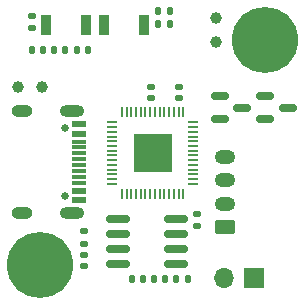
<source format=gbr>
%TF.GenerationSoftware,KiCad,Pcbnew,7.0.7*%
%TF.CreationDate,2024-03-07T17:34:25-08:00*%
%TF.ProjectId,magn_angle_sensor_v2,6d61676e-5f61-46e6-976c-655f73656e73,rev?*%
%TF.SameCoordinates,Original*%
%TF.FileFunction,Soldermask,Top*%
%TF.FilePolarity,Negative*%
%FSLAX46Y46*%
G04 Gerber Fmt 4.6, Leading zero omitted, Abs format (unit mm)*
G04 Created by KiCad (PCBNEW 7.0.7) date 2024-03-07 17:34:25*
%MOMM*%
%LPD*%
G01*
G04 APERTURE LIST*
G04 Aperture macros list*
%AMRoundRect*
0 Rectangle with rounded corners*
0 $1 Rounding radius*
0 $2 $3 $4 $5 $6 $7 $8 $9 X,Y pos of 4 corners*
0 Add a 4 corners polygon primitive as box body*
4,1,4,$2,$3,$4,$5,$6,$7,$8,$9,$2,$3,0*
0 Add four circle primitives for the rounded corners*
1,1,$1+$1,$2,$3*
1,1,$1+$1,$4,$5*
1,1,$1+$1,$6,$7*
1,1,$1+$1,$8,$9*
0 Add four rect primitives between the rounded corners*
20,1,$1+$1,$2,$3,$4,$5,0*
20,1,$1+$1,$4,$5,$6,$7,0*
20,1,$1+$1,$6,$7,$8,$9,0*
20,1,$1+$1,$8,$9,$2,$3,0*%
G04 Aperture macros list end*
%ADD10C,1.000000*%
%ADD11RoundRect,0.135000X0.185000X-0.135000X0.185000X0.135000X-0.185000X0.135000X-0.185000X-0.135000X0*%
%ADD12R,0.900000X1.700000*%
%ADD13RoundRect,0.050000X-0.387500X-0.050000X0.387500X-0.050000X0.387500X0.050000X-0.387500X0.050000X0*%
%ADD14RoundRect,0.050000X-0.050000X-0.387500X0.050000X-0.387500X0.050000X0.387500X-0.050000X0.387500X0*%
%ADD15R,3.200000X3.200000*%
%ADD16RoundRect,0.135000X-0.185000X0.135000X-0.185000X-0.135000X0.185000X-0.135000X0.185000X0.135000X0*%
%ADD17RoundRect,0.150000X-0.825000X-0.150000X0.825000X-0.150000X0.825000X0.150000X-0.825000X0.150000X0*%
%ADD18RoundRect,0.140000X-0.170000X0.140000X-0.170000X-0.140000X0.170000X-0.140000X0.170000X0.140000X0*%
%ADD19RoundRect,0.140000X-0.140000X-0.170000X0.140000X-0.170000X0.140000X0.170000X-0.140000X0.170000X0*%
%ADD20RoundRect,0.150000X-0.587500X-0.150000X0.587500X-0.150000X0.587500X0.150000X-0.587500X0.150000X0*%
%ADD21RoundRect,0.250000X0.625000X-0.350000X0.625000X0.350000X-0.625000X0.350000X-0.625000X-0.350000X0*%
%ADD22O,1.750000X1.200000*%
%ADD23RoundRect,0.135000X-0.135000X-0.185000X0.135000X-0.185000X0.135000X0.185000X-0.135000X0.185000X0*%
%ADD24C,5.600000*%
%ADD25RoundRect,0.140000X0.140000X0.170000X-0.140000X0.170000X-0.140000X-0.170000X0.140000X-0.170000X0*%
%ADD26C,0.650000*%
%ADD27R,1.240000X0.600000*%
%ADD28R,1.240000X0.300000*%
%ADD29O,2.100000X1.000000*%
%ADD30O,1.800000X1.000000*%
%ADD31RoundRect,0.147500X0.172500X-0.147500X0.172500X0.147500X-0.172500X0.147500X-0.172500X-0.147500X0*%
%ADD32RoundRect,0.140000X0.170000X-0.140000X0.170000X0.140000X-0.170000X0.140000X-0.170000X-0.140000X0*%
%ADD33R,1.700000X1.700000*%
%ADD34O,1.700000X1.700000*%
%ADD35RoundRect,0.135000X0.135000X0.185000X-0.135000X0.185000X-0.135000X-0.185000X0.135000X-0.185000X0*%
G04 APERTURE END LIST*
D10*
%TO.C,TP6*%
X37900000Y-23150000D03*
%TD*%
D11*
%TO.C,R6*%
X26700000Y-40210000D03*
X26700000Y-39190000D03*
%TD*%
%TO.C,R3*%
X22300000Y-21960000D03*
X22300000Y-20940000D03*
%TD*%
D12*
%TO.C,SW2*%
X26900000Y-21700000D03*
X23500000Y-21700000D03*
%TD*%
D13*
%TO.C,U5*%
X29062500Y-29950000D03*
X29062500Y-30350000D03*
X29062500Y-30750000D03*
X29062500Y-31150000D03*
X29062500Y-31550000D03*
X29062500Y-31950000D03*
X29062500Y-32350000D03*
X29062500Y-32750000D03*
X29062500Y-33150000D03*
X29062500Y-33550000D03*
X29062500Y-33950000D03*
X29062500Y-34350000D03*
X29062500Y-34750000D03*
X29062500Y-35150000D03*
D14*
X29900000Y-35987500D03*
X30300000Y-35987500D03*
X30700000Y-35987500D03*
X31100000Y-35987500D03*
X31500000Y-35987500D03*
X31900000Y-35987500D03*
X32300000Y-35987500D03*
X32700000Y-35987500D03*
X33100000Y-35987500D03*
X33500000Y-35987500D03*
X33900000Y-35987500D03*
X34300000Y-35987500D03*
X34700000Y-35987500D03*
X35100000Y-35987500D03*
D13*
X35937500Y-35150000D03*
X35937500Y-34750000D03*
X35937500Y-34350000D03*
X35937500Y-33950000D03*
X35937500Y-33550000D03*
X35937500Y-33150000D03*
X35937500Y-32750000D03*
X35937500Y-32350000D03*
X35937500Y-31950000D03*
X35937500Y-31550000D03*
X35937500Y-31150000D03*
X35937500Y-30750000D03*
X35937500Y-30350000D03*
X35937500Y-29950000D03*
D14*
X35100000Y-29112500D03*
X34700000Y-29112500D03*
X34300000Y-29112500D03*
X33900000Y-29112500D03*
X33500000Y-29112500D03*
X33100000Y-29112500D03*
X32700000Y-29112500D03*
X32300000Y-29112500D03*
X31900000Y-29112500D03*
X31500000Y-29112500D03*
X31100000Y-29112500D03*
X30700000Y-29112500D03*
X30300000Y-29112500D03*
X29900000Y-29112500D03*
D15*
X32500000Y-32550000D03*
%TD*%
D16*
%TO.C,R8*%
X36250000Y-37690000D03*
X36250000Y-38710000D03*
%TD*%
D17*
%TO.C,U6*%
X29575000Y-38095000D03*
X29575000Y-39365000D03*
X29575000Y-40635000D03*
X29575000Y-41905000D03*
X34525000Y-41905000D03*
X34525000Y-40635000D03*
X34525000Y-39365000D03*
X34525000Y-38095000D03*
%TD*%
D18*
%TO.C,C15*%
X32400000Y-26920000D03*
X32400000Y-27880000D03*
%TD*%
D19*
%TO.C,C18*%
X31680000Y-43200000D03*
X30720000Y-43200000D03*
%TD*%
D20*
%TO.C,U1*%
X42062500Y-27750000D03*
X42062500Y-29650000D03*
X43937500Y-28700000D03*
%TD*%
%TO.C,U2*%
X38175000Y-27750000D03*
X38175000Y-29650000D03*
X40050000Y-28700000D03*
%TD*%
D21*
%TO.C,J3*%
X38600000Y-38850000D03*
D22*
X38600000Y-36850000D03*
X38600000Y-34850000D03*
X38600000Y-32850000D03*
%TD*%
D19*
%TO.C,C7*%
X22290000Y-23850000D03*
X23250000Y-23850000D03*
%TD*%
D10*
%TO.C,TP5*%
X37900000Y-21150000D03*
%TD*%
D12*
%TO.C,SW1*%
X28350000Y-21700000D03*
X31750000Y-21700000D03*
%TD*%
D23*
%TO.C,R2*%
X32990000Y-20550000D03*
X34010000Y-20550000D03*
%TD*%
D24*
%TO.C,H2*%
X42000000Y-23000000D03*
%TD*%
D25*
%TO.C,C19*%
X32620000Y-43200000D03*
X33580000Y-43200000D03*
%TD*%
%TO.C,C9*%
X27030000Y-23850000D03*
X26070000Y-23850000D03*
%TD*%
D26*
%TO.C,J2*%
X25130000Y-30440000D03*
X25130000Y-36220000D03*
D27*
X26250000Y-30130000D03*
X26250000Y-30930000D03*
D28*
X26250000Y-32080000D03*
X26250000Y-33080000D03*
X26250000Y-33580000D03*
X26250000Y-34580000D03*
D27*
X26250000Y-35730000D03*
X26250000Y-36530000D03*
X26250000Y-36530000D03*
X26250000Y-35730000D03*
D28*
X26250000Y-35080000D03*
X26250000Y-34080000D03*
X26250000Y-32580000D03*
X26250000Y-31580000D03*
D27*
X26250000Y-30930000D03*
X26250000Y-30130000D03*
D29*
X25650000Y-29010000D03*
D30*
X21450000Y-29010000D03*
D29*
X25650000Y-37650000D03*
D30*
X21450000Y-37650000D03*
%TD*%
D24*
%TO.C,H1*%
X23000000Y-42000000D03*
%TD*%
D25*
%TO.C,C8*%
X25130000Y-23850000D03*
X24170000Y-23850000D03*
%TD*%
D31*
%TO.C,D1*%
X26700000Y-42135000D03*
X26700000Y-41165000D03*
%TD*%
D10*
%TO.C,TP1*%
X23100000Y-26950000D03*
%TD*%
%TO.C,TP2*%
X21100000Y-26950000D03*
%TD*%
D32*
%TO.C,C16*%
X34700000Y-27930000D03*
X34700000Y-26970000D03*
%TD*%
D33*
%TO.C,J1*%
X41100000Y-43100000D03*
D34*
X38560000Y-43100000D03*
%TD*%
D19*
%TO.C,C22*%
X35480000Y-43200000D03*
X34520000Y-43200000D03*
%TD*%
D35*
%TO.C,R1*%
X34010000Y-21600000D03*
X32990000Y-21600000D03*
%TD*%
M02*

</source>
